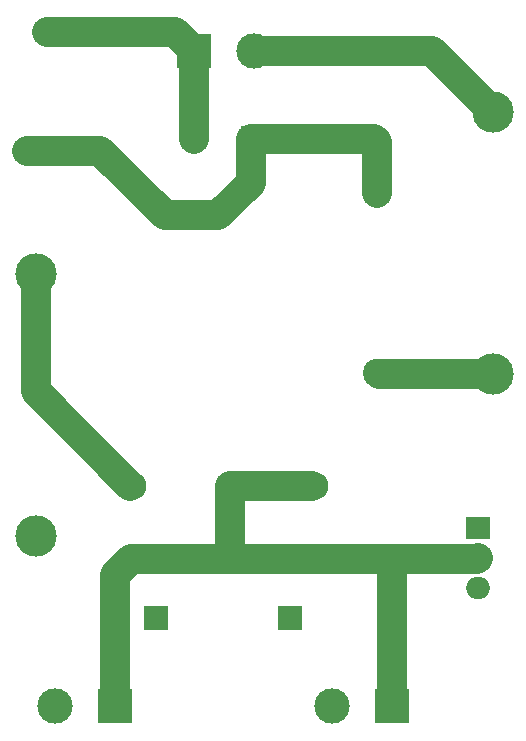
<source format=gbl>
G04 #@! TF.GenerationSoftware,KiCad,Pcbnew,(6.0.4-0)*
G04 #@! TF.CreationDate,2022-08-24T21:29:38+02:00*
G04 #@! TF.ProjectId,Power Supply,506f7765-7220-4537-9570-706c792e6b69,rev?*
G04 #@! TF.SameCoordinates,Original*
G04 #@! TF.FileFunction,Copper,L2,Bot*
G04 #@! TF.FilePolarity,Positive*
%FSLAX46Y46*%
G04 Gerber Fmt 4.6, Leading zero omitted, Abs format (unit mm)*
G04 Created by KiCad (PCBNEW (6.0.4-0)) date 2022-08-24 21:29:38*
%MOMM*%
%LPD*%
G01*
G04 APERTURE LIST*
G04 #@! TA.AperFunction,ComponentPad*
%ADD10C,3.500000*%
G04 #@! TD*
G04 #@! TA.AperFunction,ComponentPad*
%ADD11C,2.400000*%
G04 #@! TD*
G04 #@! TA.AperFunction,ComponentPad*
%ADD12O,2.400000X2.400000*%
G04 #@! TD*
G04 #@! TA.AperFunction,ComponentPad*
%ADD13R,2.000000X1.905000*%
G04 #@! TD*
G04 #@! TA.AperFunction,ComponentPad*
%ADD14O,2.000000X1.905000*%
G04 #@! TD*
G04 #@! TA.AperFunction,ComponentPad*
%ADD15R,2.000000X2.000000*%
G04 #@! TD*
G04 #@! TA.AperFunction,ComponentPad*
%ADD16C,2.000000*%
G04 #@! TD*
G04 #@! TA.AperFunction,ComponentPad*
%ADD17R,3.000000X3.000000*%
G04 #@! TD*
G04 #@! TA.AperFunction,ComponentPad*
%ADD18C,3.000000*%
G04 #@! TD*
G04 #@! TA.AperFunction,ComponentPad*
%ADD19R,2.000000X2.300000*%
G04 #@! TD*
G04 #@! TA.AperFunction,ComponentPad*
%ADD20C,2.300000*%
G04 #@! TD*
G04 #@! TA.AperFunction,Conductor*
%ADD21C,2.500000*%
G04 #@! TD*
G04 APERTURE END LIST*
D10*
X162750000Y-95251800D03*
X162750000Y-117451400D03*
D11*
X153000000Y-117334660D03*
D12*
X153000000Y-102094660D03*
D13*
X161555000Y-130460000D03*
D14*
X161555000Y-133000000D03*
X161555000Y-135540000D03*
D15*
X145610000Y-138110000D03*
D16*
X145610000Y-133110000D03*
X123360000Y-98500000D03*
X125060000Y-88500000D03*
D17*
X137460000Y-90100000D03*
D18*
X142540000Y-90100000D03*
D15*
X134290000Y-138110000D03*
D16*
X134290000Y-133110000D03*
D19*
X142500000Y-97485000D03*
D20*
X137500000Y-97485000D03*
X147700000Y-126885000D03*
X132300000Y-126885000D03*
D10*
X124080000Y-131148200D03*
X124080000Y-108948600D03*
D17*
X154273332Y-145500000D03*
D18*
X149193332Y-145500000D03*
D17*
X130806666Y-145500000D03*
D18*
X125726666Y-145500000D03*
D21*
X157598200Y-90100000D02*
X142540000Y-90100000D01*
X162750000Y-95251800D02*
X157598200Y-90100000D01*
X162750000Y-117451400D02*
X153116740Y-117451400D01*
X124080000Y-108948600D02*
X124080000Y-118900000D01*
X124080000Y-118900000D02*
X132065000Y-126885000D01*
X132140000Y-133110000D02*
X134290000Y-133110000D01*
X154110000Y-133110000D02*
X161445000Y-133110000D01*
X130806666Y-134443334D02*
X132140000Y-133110000D01*
X141110000Y-133110000D02*
X134290000Y-133110000D01*
X140515000Y-132515000D02*
X141110000Y-133110000D01*
X140515000Y-126885000D02*
X140515000Y-132515000D01*
X145610000Y-133110000D02*
X154110000Y-133110000D01*
X130806666Y-145500000D02*
X130806666Y-134443334D01*
X145610000Y-133110000D02*
X141110000Y-133110000D01*
X161445000Y-133110000D02*
X161555000Y-133000000D01*
X154273332Y-145500000D02*
X154273332Y-133273332D01*
X154273332Y-133273332D02*
X154110000Y-133110000D01*
X147465000Y-126885000D02*
X140515000Y-126885000D01*
X137460000Y-97445000D02*
X137500000Y-97485000D01*
X125060000Y-88500000D02*
X135860000Y-88500000D01*
X137460000Y-90100000D02*
X137460000Y-97445000D01*
X135860000Y-88500000D02*
X137460000Y-90100000D01*
X152750000Y-97500000D02*
X153000000Y-97750000D01*
X153000000Y-97750000D02*
X153000000Y-102094660D01*
X139500000Y-104000000D02*
X142265000Y-101235000D01*
X135000000Y-104000000D02*
X139500000Y-104000000D01*
X129500000Y-98500000D02*
X135000000Y-104000000D01*
X142265000Y-97485000D02*
X149485000Y-97485000D01*
X142265000Y-101235000D02*
X142265000Y-97485000D01*
X149485000Y-97485000D02*
X149500000Y-97500000D01*
X123360000Y-98500000D02*
X129500000Y-98500000D01*
X149500000Y-97500000D02*
X152750000Y-97500000D01*
M02*

</source>
